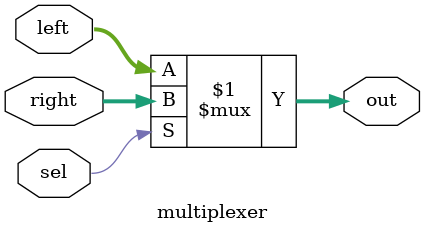
<source format=v>
`timescale 1ns / 1ps
module multiplexer
	(
	input wire [7:0] left,
	input wire [7:0] right,
	input wire sel,
	output wire [7:0] out
	);

	assign out = (sel) ? right : left;
	 
endmodule

</source>
